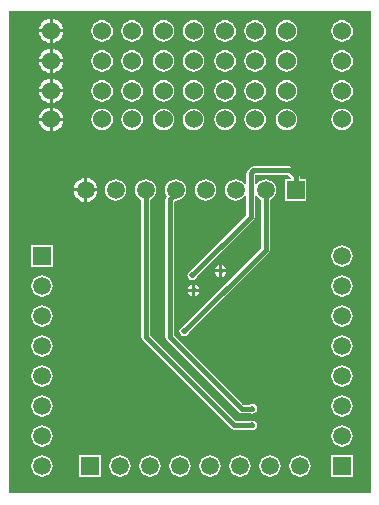
<source format=gbl>
G04*
G04 #@! TF.GenerationSoftware,Altium Limited,Altium Designer,20.1.11 (218)*
G04*
G04 Layer_Physical_Order=2*
G04 Layer_Color=16711680*
%FSLAX25Y25*%
%MOIN*%
G70*
G04*
G04 #@! TF.SameCoordinates,36FDBAD9-5122-4A0A-A9A9-D65628025C9C*
G04*
G04*
G04 #@! TF.FilePolarity,Positive*
G04*
G01*
G75*
%ADD30C,0.01500*%
%ADD31R,0.05906X0.05906*%
%ADD32C,0.05906*%
%ADD33R,0.05906X0.05906*%
%ADD34C,0.02000*%
%ADD35C,0.06000*%
G36*
X673500Y121000D02*
X553000D01*
Y281500D01*
X673500D01*
Y121000D01*
D02*
G37*
%LPC*%
G36*
X567500Y278969D02*
Y275500D01*
X570969D01*
X570897Y276044D01*
X570494Y277017D01*
X569853Y277853D01*
X569017Y278494D01*
X568044Y278897D01*
X567500Y278969D01*
D02*
G37*
G36*
X566500D02*
X565956Y278897D01*
X564983Y278494D01*
X564147Y277853D01*
X563506Y277017D01*
X563103Y276044D01*
X563031Y275500D01*
X566500D01*
Y278969D01*
D02*
G37*
G36*
X664000Y278631D02*
X663060Y278507D01*
X662184Y278145D01*
X661432Y277568D01*
X660855Y276816D01*
X660493Y275940D01*
X660369Y275000D01*
X660493Y274060D01*
X660855Y273184D01*
X661432Y272432D01*
X662184Y271855D01*
X663060Y271493D01*
X664000Y271369D01*
X664940Y271493D01*
X665815Y271855D01*
X666568Y272432D01*
X667145Y273184D01*
X667507Y274060D01*
X667631Y275000D01*
X667507Y275940D01*
X667145Y276816D01*
X666568Y277568D01*
X665815Y278145D01*
X664940Y278507D01*
X664000Y278631D01*
D02*
G37*
G36*
X645500D02*
X644560Y278507D01*
X643684Y278145D01*
X642932Y277568D01*
X642355Y276816D01*
X641993Y275940D01*
X641869Y275000D01*
X641993Y274060D01*
X642355Y273184D01*
X642932Y272432D01*
X643684Y271855D01*
X644560Y271493D01*
X645500Y271369D01*
X646440Y271493D01*
X647316Y271855D01*
X648068Y272432D01*
X648645Y273184D01*
X649007Y274060D01*
X649131Y275000D01*
X649007Y275940D01*
X648645Y276816D01*
X648068Y277568D01*
X647316Y278145D01*
X646440Y278507D01*
X645500Y278631D01*
D02*
G37*
G36*
X635000D02*
X634060Y278507D01*
X633184Y278145D01*
X632432Y277568D01*
X631855Y276816D01*
X631493Y275940D01*
X631369Y275000D01*
X631493Y274060D01*
X631855Y273184D01*
X632432Y272432D01*
X633184Y271855D01*
X634060Y271493D01*
X635000Y271369D01*
X635940Y271493D01*
X636816Y271855D01*
X637568Y272432D01*
X638145Y273184D01*
X638507Y274060D01*
X638631Y275000D01*
X638507Y275940D01*
X638145Y276816D01*
X637568Y277568D01*
X636816Y278145D01*
X635940Y278507D01*
X635000Y278631D01*
D02*
G37*
G36*
X625000D02*
X624060Y278507D01*
X623184Y278145D01*
X622432Y277568D01*
X621855Y276816D01*
X621493Y275940D01*
X621369Y275000D01*
X621493Y274060D01*
X621855Y273184D01*
X622432Y272432D01*
X623184Y271855D01*
X624060Y271493D01*
X625000Y271369D01*
X625940Y271493D01*
X626816Y271855D01*
X627568Y272432D01*
X628145Y273184D01*
X628507Y274060D01*
X628631Y275000D01*
X628507Y275940D01*
X628145Y276816D01*
X627568Y277568D01*
X626816Y278145D01*
X625940Y278507D01*
X625000Y278631D01*
D02*
G37*
G36*
X614500D02*
X613560Y278507D01*
X612684Y278145D01*
X611932Y277568D01*
X611355Y276816D01*
X610993Y275940D01*
X610869Y275000D01*
X610993Y274060D01*
X611355Y273184D01*
X611932Y272432D01*
X612684Y271855D01*
X613560Y271493D01*
X614500Y271369D01*
X615440Y271493D01*
X616316Y271855D01*
X617068Y272432D01*
X617645Y273184D01*
X618007Y274060D01*
X618131Y275000D01*
X618007Y275940D01*
X617645Y276816D01*
X617068Y277568D01*
X616316Y278145D01*
X615440Y278507D01*
X614500Y278631D01*
D02*
G37*
G36*
X604500D02*
X603560Y278507D01*
X602684Y278145D01*
X601932Y277568D01*
X601355Y276816D01*
X600993Y275940D01*
X600869Y275000D01*
X600993Y274060D01*
X601355Y273184D01*
X601932Y272432D01*
X602684Y271855D01*
X603560Y271493D01*
X604500Y271369D01*
X605440Y271493D01*
X606316Y271855D01*
X607068Y272432D01*
X607645Y273184D01*
X608007Y274060D01*
X608131Y275000D01*
X608007Y275940D01*
X607645Y276816D01*
X607068Y277568D01*
X606316Y278145D01*
X605440Y278507D01*
X604500Y278631D01*
D02*
G37*
G36*
X594000D02*
X593060Y278507D01*
X592184Y278145D01*
X591432Y277568D01*
X590855Y276816D01*
X590493Y275940D01*
X590369Y275000D01*
X590493Y274060D01*
X590855Y273184D01*
X591432Y272432D01*
X592184Y271855D01*
X593060Y271493D01*
X594000Y271369D01*
X594940Y271493D01*
X595816Y271855D01*
X596568Y272432D01*
X597145Y273184D01*
X597507Y274060D01*
X597631Y275000D01*
X597507Y275940D01*
X597145Y276816D01*
X596568Y277568D01*
X595816Y278145D01*
X594940Y278507D01*
X594000Y278631D01*
D02*
G37*
G36*
X584000D02*
X583060Y278507D01*
X582185Y278145D01*
X581432Y277568D01*
X580855Y276816D01*
X580493Y275940D01*
X580369Y275000D01*
X580493Y274060D01*
X580855Y273184D01*
X581432Y272432D01*
X582185Y271855D01*
X583060Y271493D01*
X584000Y271369D01*
X584940Y271493D01*
X585815Y271855D01*
X586568Y272432D01*
X587145Y273184D01*
X587507Y274060D01*
X587631Y275000D01*
X587507Y275940D01*
X587145Y276816D01*
X586568Y277568D01*
X585815Y278145D01*
X584940Y278507D01*
X584000Y278631D01*
D02*
G37*
G36*
X570969Y274500D02*
X567500D01*
Y271031D01*
X568044Y271103D01*
X569017Y271506D01*
X569853Y272147D01*
X570494Y272983D01*
X570897Y273956D01*
X570969Y274500D01*
D02*
G37*
G36*
X566500D02*
X563031D01*
X563103Y273956D01*
X563506Y272983D01*
X564147Y272147D01*
X564983Y271506D01*
X565956Y271103D01*
X566500Y271031D01*
Y274500D01*
D02*
G37*
G36*
X567500Y268969D02*
Y265500D01*
X570969D01*
X570897Y266044D01*
X570494Y267017D01*
X569853Y267853D01*
X569017Y268494D01*
X568044Y268897D01*
X567500Y268969D01*
D02*
G37*
G36*
X566500D02*
X565956Y268897D01*
X564983Y268494D01*
X564147Y267853D01*
X563506Y267017D01*
X563103Y266044D01*
X563031Y265500D01*
X566500D01*
Y268969D01*
D02*
G37*
G36*
X664000Y268631D02*
X663060Y268507D01*
X662184Y268145D01*
X661432Y267567D01*
X660855Y266815D01*
X660493Y265940D01*
X660369Y265000D01*
X660493Y264060D01*
X660855Y263184D01*
X661432Y262433D01*
X662184Y261855D01*
X663060Y261493D01*
X664000Y261369D01*
X664940Y261493D01*
X665815Y261855D01*
X666568Y262433D01*
X667145Y263184D01*
X667507Y264060D01*
X667631Y265000D01*
X667507Y265940D01*
X667145Y266815D01*
X666568Y267567D01*
X665815Y268145D01*
X664940Y268507D01*
X664000Y268631D01*
D02*
G37*
G36*
X645500D02*
X644560Y268507D01*
X643684Y268145D01*
X642932Y267567D01*
X642355Y266815D01*
X641993Y265940D01*
X641869Y265000D01*
X641993Y264060D01*
X642355Y263184D01*
X642932Y262433D01*
X643684Y261855D01*
X644560Y261493D01*
X645500Y261369D01*
X646440Y261493D01*
X647316Y261855D01*
X648068Y262433D01*
X648645Y263184D01*
X649007Y264060D01*
X649131Y265000D01*
X649007Y265940D01*
X648645Y266815D01*
X648068Y267567D01*
X647316Y268145D01*
X646440Y268507D01*
X645500Y268631D01*
D02*
G37*
G36*
X635000D02*
X634060Y268507D01*
X633184Y268145D01*
X632432Y267567D01*
X631855Y266815D01*
X631493Y265940D01*
X631369Y265000D01*
X631493Y264060D01*
X631855Y263184D01*
X632432Y262433D01*
X633184Y261855D01*
X634060Y261493D01*
X635000Y261369D01*
X635940Y261493D01*
X636816Y261855D01*
X637568Y262433D01*
X638145Y263184D01*
X638507Y264060D01*
X638631Y265000D01*
X638507Y265940D01*
X638145Y266815D01*
X637568Y267567D01*
X636816Y268145D01*
X635940Y268507D01*
X635000Y268631D01*
D02*
G37*
G36*
X625000D02*
X624060Y268507D01*
X623184Y268145D01*
X622432Y267567D01*
X621855Y266815D01*
X621493Y265940D01*
X621369Y265000D01*
X621493Y264060D01*
X621855Y263184D01*
X622432Y262433D01*
X623184Y261855D01*
X624060Y261493D01*
X625000Y261369D01*
X625940Y261493D01*
X626816Y261855D01*
X627568Y262433D01*
X628145Y263184D01*
X628507Y264060D01*
X628631Y265000D01*
X628507Y265940D01*
X628145Y266815D01*
X627568Y267567D01*
X626816Y268145D01*
X625940Y268507D01*
X625000Y268631D01*
D02*
G37*
G36*
X614500D02*
X613560Y268507D01*
X612684Y268145D01*
X611932Y267567D01*
X611355Y266815D01*
X610993Y265940D01*
X610869Y265000D01*
X610993Y264060D01*
X611355Y263184D01*
X611932Y262433D01*
X612684Y261855D01*
X613560Y261493D01*
X614500Y261369D01*
X615440Y261493D01*
X616316Y261855D01*
X617068Y262433D01*
X617645Y263184D01*
X618007Y264060D01*
X618131Y265000D01*
X618007Y265940D01*
X617645Y266815D01*
X617068Y267567D01*
X616316Y268145D01*
X615440Y268507D01*
X614500Y268631D01*
D02*
G37*
G36*
X604500D02*
X603560Y268507D01*
X602684Y268145D01*
X601932Y267567D01*
X601355Y266815D01*
X600993Y265940D01*
X600869Y265000D01*
X600993Y264060D01*
X601355Y263184D01*
X601932Y262433D01*
X602684Y261855D01*
X603560Y261493D01*
X604500Y261369D01*
X605440Y261493D01*
X606316Y261855D01*
X607068Y262433D01*
X607645Y263184D01*
X608007Y264060D01*
X608131Y265000D01*
X608007Y265940D01*
X607645Y266815D01*
X607068Y267567D01*
X606316Y268145D01*
X605440Y268507D01*
X604500Y268631D01*
D02*
G37*
G36*
X594000D02*
X593060Y268507D01*
X592184Y268145D01*
X591432Y267567D01*
X590855Y266815D01*
X590493Y265940D01*
X590369Y265000D01*
X590493Y264060D01*
X590855Y263184D01*
X591432Y262433D01*
X592184Y261855D01*
X593060Y261493D01*
X594000Y261369D01*
X594940Y261493D01*
X595816Y261855D01*
X596568Y262433D01*
X597145Y263184D01*
X597507Y264060D01*
X597631Y265000D01*
X597507Y265940D01*
X597145Y266815D01*
X596568Y267567D01*
X595816Y268145D01*
X594940Y268507D01*
X594000Y268631D01*
D02*
G37*
G36*
X584000D02*
X583060Y268507D01*
X582185Y268145D01*
X581432Y267567D01*
X580855Y266815D01*
X580493Y265940D01*
X580369Y265000D01*
X580493Y264060D01*
X580855Y263184D01*
X581432Y262433D01*
X582185Y261855D01*
X583060Y261493D01*
X584000Y261369D01*
X584940Y261493D01*
X585815Y261855D01*
X586568Y262433D01*
X587145Y263184D01*
X587507Y264060D01*
X587631Y265000D01*
X587507Y265940D01*
X587145Y266815D01*
X586568Y267567D01*
X585815Y268145D01*
X584940Y268507D01*
X584000Y268631D01*
D02*
G37*
G36*
X570969Y264500D02*
X567500D01*
Y261031D01*
X568044Y261103D01*
X569017Y261506D01*
X569853Y262147D01*
X570494Y262983D01*
X570897Y263956D01*
X570969Y264500D01*
D02*
G37*
G36*
X566500D02*
X563031D01*
X563103Y263956D01*
X563506Y262983D01*
X564147Y262147D01*
X564983Y261506D01*
X565956Y261103D01*
X566500Y261031D01*
Y264500D01*
D02*
G37*
G36*
X567500Y258969D02*
Y255500D01*
X570969D01*
X570897Y256044D01*
X570494Y257017D01*
X569853Y257853D01*
X569017Y258494D01*
X568044Y258897D01*
X567500Y258969D01*
D02*
G37*
G36*
X566500D02*
X565956Y258897D01*
X564983Y258494D01*
X564147Y257853D01*
X563506Y257017D01*
X563103Y256044D01*
X563031Y255500D01*
X566500D01*
Y258969D01*
D02*
G37*
G36*
X664000Y258631D02*
X663060Y258507D01*
X662184Y258145D01*
X661432Y257568D01*
X660855Y256816D01*
X660493Y255940D01*
X660369Y255000D01*
X660493Y254060D01*
X660855Y253185D01*
X661432Y252432D01*
X662184Y251855D01*
X663060Y251493D01*
X664000Y251369D01*
X664940Y251493D01*
X665815Y251855D01*
X666568Y252432D01*
X667145Y253185D01*
X667507Y254060D01*
X667631Y255000D01*
X667507Y255940D01*
X667145Y256816D01*
X666568Y257568D01*
X665815Y258145D01*
X664940Y258507D01*
X664000Y258631D01*
D02*
G37*
G36*
X645500D02*
X644560Y258507D01*
X643684Y258145D01*
X642932Y257568D01*
X642355Y256816D01*
X641993Y255940D01*
X641869Y255000D01*
X641993Y254060D01*
X642355Y253185D01*
X642932Y252432D01*
X643684Y251855D01*
X644560Y251493D01*
X645500Y251369D01*
X646440Y251493D01*
X647316Y251855D01*
X648068Y252432D01*
X648645Y253185D01*
X649007Y254060D01*
X649131Y255000D01*
X649007Y255940D01*
X648645Y256816D01*
X648068Y257568D01*
X647316Y258145D01*
X646440Y258507D01*
X645500Y258631D01*
D02*
G37*
G36*
X635000D02*
X634060Y258507D01*
X633184Y258145D01*
X632432Y257568D01*
X631855Y256816D01*
X631493Y255940D01*
X631369Y255000D01*
X631493Y254060D01*
X631855Y253185D01*
X632432Y252432D01*
X633184Y251855D01*
X634060Y251493D01*
X635000Y251369D01*
X635940Y251493D01*
X636816Y251855D01*
X637568Y252432D01*
X638145Y253185D01*
X638507Y254060D01*
X638631Y255000D01*
X638507Y255940D01*
X638145Y256816D01*
X637568Y257568D01*
X636816Y258145D01*
X635940Y258507D01*
X635000Y258631D01*
D02*
G37*
G36*
X625000D02*
X624060Y258507D01*
X623184Y258145D01*
X622432Y257568D01*
X621855Y256816D01*
X621493Y255940D01*
X621369Y255000D01*
X621493Y254060D01*
X621855Y253185D01*
X622432Y252432D01*
X623184Y251855D01*
X624060Y251493D01*
X625000Y251369D01*
X625940Y251493D01*
X626816Y251855D01*
X627568Y252432D01*
X628145Y253185D01*
X628507Y254060D01*
X628631Y255000D01*
X628507Y255940D01*
X628145Y256816D01*
X627568Y257568D01*
X626816Y258145D01*
X625940Y258507D01*
X625000Y258631D01*
D02*
G37*
G36*
X614500D02*
X613560Y258507D01*
X612684Y258145D01*
X611932Y257568D01*
X611355Y256816D01*
X610993Y255940D01*
X610869Y255000D01*
X610993Y254060D01*
X611355Y253185D01*
X611932Y252432D01*
X612684Y251855D01*
X613560Y251493D01*
X614500Y251369D01*
X615440Y251493D01*
X616316Y251855D01*
X617068Y252432D01*
X617645Y253185D01*
X618007Y254060D01*
X618131Y255000D01*
X618007Y255940D01*
X617645Y256816D01*
X617068Y257568D01*
X616316Y258145D01*
X615440Y258507D01*
X614500Y258631D01*
D02*
G37*
G36*
X604500D02*
X603560Y258507D01*
X602684Y258145D01*
X601932Y257568D01*
X601355Y256816D01*
X600993Y255940D01*
X600869Y255000D01*
X600993Y254060D01*
X601355Y253185D01*
X601932Y252432D01*
X602684Y251855D01*
X603560Y251493D01*
X604500Y251369D01*
X605440Y251493D01*
X606316Y251855D01*
X607068Y252432D01*
X607645Y253185D01*
X608007Y254060D01*
X608131Y255000D01*
X608007Y255940D01*
X607645Y256816D01*
X607068Y257568D01*
X606316Y258145D01*
X605440Y258507D01*
X604500Y258631D01*
D02*
G37*
G36*
X594000D02*
X593060Y258507D01*
X592184Y258145D01*
X591432Y257568D01*
X590855Y256816D01*
X590493Y255940D01*
X590369Y255000D01*
X590493Y254060D01*
X590855Y253185D01*
X591432Y252432D01*
X592184Y251855D01*
X593060Y251493D01*
X594000Y251369D01*
X594940Y251493D01*
X595816Y251855D01*
X596568Y252432D01*
X597145Y253185D01*
X597507Y254060D01*
X597631Y255000D01*
X597507Y255940D01*
X597145Y256816D01*
X596568Y257568D01*
X595816Y258145D01*
X594940Y258507D01*
X594000Y258631D01*
D02*
G37*
G36*
X584000D02*
X583060Y258507D01*
X582185Y258145D01*
X581432Y257568D01*
X580855Y256816D01*
X580493Y255940D01*
X580369Y255000D01*
X580493Y254060D01*
X580855Y253185D01*
X581432Y252432D01*
X582185Y251855D01*
X583060Y251493D01*
X584000Y251369D01*
X584940Y251493D01*
X585815Y251855D01*
X586568Y252432D01*
X587145Y253185D01*
X587507Y254060D01*
X587631Y255000D01*
X587507Y255940D01*
X587145Y256816D01*
X586568Y257568D01*
X585815Y258145D01*
X584940Y258507D01*
X584000Y258631D01*
D02*
G37*
G36*
X570969Y254500D02*
X567500D01*
Y251031D01*
X568044Y251103D01*
X569017Y251506D01*
X569853Y252147D01*
X570494Y252983D01*
X570897Y253956D01*
X570969Y254500D01*
D02*
G37*
G36*
X566500D02*
X563031D01*
X563103Y253956D01*
X563506Y252983D01*
X564147Y252147D01*
X564983Y251506D01*
X565956Y251103D01*
X566500Y251031D01*
Y254500D01*
D02*
G37*
G36*
X567500Y249469D02*
Y246000D01*
X570969D01*
X570897Y246544D01*
X570494Y247517D01*
X569853Y248353D01*
X569017Y248994D01*
X568044Y249397D01*
X567500Y249469D01*
D02*
G37*
G36*
X566500D02*
X565956Y249397D01*
X564983Y248994D01*
X564147Y248353D01*
X563506Y247517D01*
X563103Y246544D01*
X563031Y246000D01*
X566500D01*
Y249469D01*
D02*
G37*
G36*
X664000Y249131D02*
X663060Y249007D01*
X662184Y248645D01*
X661432Y248067D01*
X660855Y247316D01*
X660493Y246440D01*
X660369Y245500D01*
X660493Y244560D01*
X660855Y243685D01*
X661432Y242933D01*
X662184Y242355D01*
X663060Y241993D01*
X664000Y241869D01*
X664940Y241993D01*
X665815Y242355D01*
X666568Y242933D01*
X667145Y243685D01*
X667507Y244560D01*
X667631Y245500D01*
X667507Y246440D01*
X667145Y247316D01*
X666568Y248067D01*
X665815Y248645D01*
X664940Y249007D01*
X664000Y249131D01*
D02*
G37*
G36*
X645500D02*
X644560Y249007D01*
X643684Y248645D01*
X642932Y248067D01*
X642355Y247316D01*
X641993Y246440D01*
X641869Y245500D01*
X641993Y244560D01*
X642355Y243685D01*
X642932Y242933D01*
X643684Y242355D01*
X644560Y241993D01*
X645500Y241869D01*
X646440Y241993D01*
X647316Y242355D01*
X648068Y242933D01*
X648645Y243685D01*
X649007Y244560D01*
X649131Y245500D01*
X649007Y246440D01*
X648645Y247316D01*
X648068Y248067D01*
X647316Y248645D01*
X646440Y249007D01*
X645500Y249131D01*
D02*
G37*
G36*
X635000D02*
X634060Y249007D01*
X633184Y248645D01*
X632432Y248067D01*
X631855Y247316D01*
X631493Y246440D01*
X631369Y245500D01*
X631493Y244560D01*
X631855Y243685D01*
X632432Y242933D01*
X633184Y242355D01*
X634060Y241993D01*
X635000Y241869D01*
X635940Y241993D01*
X636816Y242355D01*
X637568Y242933D01*
X638145Y243685D01*
X638507Y244560D01*
X638631Y245500D01*
X638507Y246440D01*
X638145Y247316D01*
X637568Y248067D01*
X636816Y248645D01*
X635940Y249007D01*
X635000Y249131D01*
D02*
G37*
G36*
X625000D02*
X624060Y249007D01*
X623184Y248645D01*
X622432Y248067D01*
X621855Y247316D01*
X621493Y246440D01*
X621369Y245500D01*
X621493Y244560D01*
X621855Y243685D01*
X622432Y242933D01*
X623184Y242355D01*
X624060Y241993D01*
X625000Y241869D01*
X625940Y241993D01*
X626816Y242355D01*
X627568Y242933D01*
X628145Y243685D01*
X628507Y244560D01*
X628631Y245500D01*
X628507Y246440D01*
X628145Y247316D01*
X627568Y248067D01*
X626816Y248645D01*
X625940Y249007D01*
X625000Y249131D01*
D02*
G37*
G36*
X614500D02*
X613560Y249007D01*
X612684Y248645D01*
X611932Y248067D01*
X611355Y247316D01*
X610993Y246440D01*
X610869Y245500D01*
X610993Y244560D01*
X611355Y243685D01*
X611932Y242933D01*
X612684Y242355D01*
X613560Y241993D01*
X614500Y241869D01*
X615440Y241993D01*
X616316Y242355D01*
X617068Y242933D01*
X617645Y243685D01*
X618007Y244560D01*
X618131Y245500D01*
X618007Y246440D01*
X617645Y247316D01*
X617068Y248067D01*
X616316Y248645D01*
X615440Y249007D01*
X614500Y249131D01*
D02*
G37*
G36*
X604500D02*
X603560Y249007D01*
X602684Y248645D01*
X601932Y248067D01*
X601355Y247316D01*
X600993Y246440D01*
X600869Y245500D01*
X600993Y244560D01*
X601355Y243685D01*
X601932Y242933D01*
X602684Y242355D01*
X603560Y241993D01*
X604500Y241869D01*
X605440Y241993D01*
X606316Y242355D01*
X607068Y242933D01*
X607645Y243685D01*
X608007Y244560D01*
X608131Y245500D01*
X608007Y246440D01*
X607645Y247316D01*
X607068Y248067D01*
X606316Y248645D01*
X605440Y249007D01*
X604500Y249131D01*
D02*
G37*
G36*
X594000D02*
X593060Y249007D01*
X592184Y248645D01*
X591432Y248067D01*
X590855Y247316D01*
X590493Y246440D01*
X590369Y245500D01*
X590493Y244560D01*
X590855Y243685D01*
X591432Y242933D01*
X592184Y242355D01*
X593060Y241993D01*
X594000Y241869D01*
X594940Y241993D01*
X595816Y242355D01*
X596568Y242933D01*
X597145Y243685D01*
X597507Y244560D01*
X597631Y245500D01*
X597507Y246440D01*
X597145Y247316D01*
X596568Y248067D01*
X595816Y248645D01*
X594940Y249007D01*
X594000Y249131D01*
D02*
G37*
G36*
X584000D02*
X583060Y249007D01*
X582185Y248645D01*
X581432Y248067D01*
X580855Y247316D01*
X580493Y246440D01*
X580369Y245500D01*
X580493Y244560D01*
X580855Y243685D01*
X581432Y242933D01*
X582185Y242355D01*
X583060Y241993D01*
X584000Y241869D01*
X584940Y241993D01*
X585815Y242355D01*
X586568Y242933D01*
X587145Y243685D01*
X587507Y244560D01*
X587631Y245500D01*
X587507Y246440D01*
X587145Y247316D01*
X586568Y248067D01*
X585815Y248645D01*
X584940Y249007D01*
X584000Y249131D01*
D02*
G37*
G36*
X570969Y245000D02*
X567500D01*
Y241531D01*
X568044Y241603D01*
X569017Y242006D01*
X569853Y242647D01*
X570494Y243483D01*
X570897Y244456D01*
X570969Y245000D01*
D02*
G37*
G36*
X566500D02*
X563031D01*
X563103Y244456D01*
X563506Y243483D01*
X564147Y242647D01*
X564983Y242006D01*
X565956Y241603D01*
X566500Y241531D01*
Y245000D01*
D02*
G37*
G36*
X579000Y225921D02*
Y222500D01*
X582421D01*
X582351Y223032D01*
X581953Y223993D01*
X581319Y224819D01*
X580493Y225453D01*
X579532Y225851D01*
X579000Y225921D01*
D02*
G37*
G36*
X578000D02*
X577468Y225851D01*
X576507Y225453D01*
X575681Y224819D01*
X575047Y223993D01*
X574649Y223032D01*
X574579Y222500D01*
X578000D01*
Y225921D01*
D02*
G37*
G36*
X646500Y229876D02*
X634379D01*
X633852Y229772D01*
X633405Y229473D01*
X632527Y228595D01*
X632228Y228148D01*
X632124Y227621D01*
Y223842D01*
X631624Y223743D01*
X631603Y223792D01*
X631034Y224534D01*
X630292Y225103D01*
X629427Y225461D01*
X628500Y225583D01*
X627572Y225461D01*
X626708Y225103D01*
X625966Y224534D01*
X625397Y223792D01*
X625039Y222927D01*
X624917Y222000D01*
X625039Y221073D01*
X625397Y220208D01*
X625966Y219466D01*
X626708Y218897D01*
X627572Y218539D01*
X628500Y218417D01*
X629427Y218539D01*
X630292Y218897D01*
X631034Y219466D01*
X631603Y220208D01*
X631624Y220257D01*
X632124Y220158D01*
Y213570D01*
X613607Y195053D01*
X613376Y195007D01*
X612847Y194653D01*
X612493Y194124D01*
X612369Y193500D01*
X612493Y192876D01*
X612847Y192347D01*
X613376Y191993D01*
X614000Y191869D01*
X614624Y191993D01*
X615154Y192347D01*
X615507Y192876D01*
X615553Y193106D01*
X634473Y212027D01*
X634473Y212027D01*
X634772Y212473D01*
X634876Y213000D01*
Y220158D01*
X635377Y220257D01*
X635397Y220208D01*
X635966Y219466D01*
X636708Y218897D01*
X637123Y218725D01*
Y202570D01*
X611018Y176465D01*
X610787Y176419D01*
X610258Y176065D01*
X609904Y175536D01*
X609780Y174912D01*
X609904Y174287D01*
X610258Y173758D01*
X610787Y173405D01*
X611412Y173280D01*
X612036Y173405D01*
X612565Y173758D01*
X612919Y174287D01*
X612965Y174518D01*
X639473Y201027D01*
X639772Y201473D01*
X639877Y202000D01*
Y218725D01*
X640292Y218897D01*
X641034Y219466D01*
X641603Y220208D01*
X641961Y221073D01*
X642083Y222000D01*
X641961Y222927D01*
X641603Y223792D01*
X641034Y224534D01*
X640292Y225103D01*
X639428Y225461D01*
X638500Y225583D01*
X637572Y225461D01*
X636708Y225103D01*
X635966Y224534D01*
X635397Y223792D01*
X635377Y223743D01*
X634876Y223842D01*
Y227051D01*
X634949Y227123D01*
X645930D01*
X647001Y226053D01*
X646827Y225553D01*
X644947D01*
Y218447D01*
X652053D01*
Y225553D01*
X649876D01*
Y226500D01*
X649876Y226500D01*
X649772Y227027D01*
X649473Y227473D01*
X647473Y229473D01*
X647027Y229772D01*
X646500Y229876D01*
D02*
G37*
G36*
X618500Y225583D02*
X617572Y225461D01*
X616708Y225103D01*
X615966Y224534D01*
X615397Y223792D01*
X615039Y222927D01*
X614917Y222000D01*
X615039Y221073D01*
X615397Y220208D01*
X615966Y219466D01*
X616708Y218897D01*
X617572Y218539D01*
X618500Y218417D01*
X619427Y218539D01*
X620292Y218897D01*
X621034Y219466D01*
X621603Y220208D01*
X621961Y221073D01*
X622083Y222000D01*
X621961Y222927D01*
X621603Y223792D01*
X621034Y224534D01*
X620292Y225103D01*
X619427Y225461D01*
X618500Y225583D01*
D02*
G37*
G36*
X608500D02*
X607573Y225461D01*
X606708Y225103D01*
X605966Y224534D01*
X605397Y223792D01*
X605039Y222927D01*
X604917Y222000D01*
X605039Y221073D01*
X605397Y220208D01*
X605590Y219956D01*
X605527Y219892D01*
X605228Y219445D01*
X605124Y218919D01*
Y173000D01*
X605228Y172473D01*
X605527Y172027D01*
X629527Y148027D01*
X629973Y147728D01*
X630500Y147624D01*
X633180D01*
X633376Y147493D01*
X634000Y147369D01*
X634624Y147493D01*
X635153Y147846D01*
X635507Y148376D01*
X635631Y149000D01*
X635507Y149624D01*
X635153Y150154D01*
X634624Y150507D01*
X634000Y150631D01*
X633376Y150507D01*
X633180Y150376D01*
X631070D01*
X607876Y173570D01*
Y218024D01*
X608340Y218438D01*
X608500Y218417D01*
X609427Y218539D01*
X610292Y218897D01*
X611034Y219466D01*
X611603Y220208D01*
X611961Y221073D01*
X612083Y222000D01*
X611961Y222927D01*
X611603Y223792D01*
X611034Y224534D01*
X610292Y225103D01*
X609427Y225461D01*
X608500Y225583D01*
D02*
G37*
G36*
X588500D02*
X587572Y225461D01*
X586708Y225103D01*
X585966Y224534D01*
X585397Y223792D01*
X585039Y222927D01*
X584917Y222000D01*
X585039Y221073D01*
X585397Y220208D01*
X585966Y219466D01*
X586708Y218897D01*
X587572Y218539D01*
X588500Y218417D01*
X589428Y218539D01*
X590292Y218897D01*
X591034Y219466D01*
X591603Y220208D01*
X591961Y221073D01*
X592083Y222000D01*
X591961Y222927D01*
X591603Y223792D01*
X591034Y224534D01*
X590292Y225103D01*
X589428Y225461D01*
X588500Y225583D01*
D02*
G37*
G36*
X582421Y221500D02*
X579000D01*
Y218079D01*
X579532Y218149D01*
X580493Y218547D01*
X581319Y219181D01*
X581953Y220007D01*
X582351Y220968D01*
X582421Y221500D01*
D02*
G37*
G36*
X578000D02*
X574579D01*
X574649Y220968D01*
X575047Y220007D01*
X575681Y219181D01*
X576507Y218547D01*
X577468Y218149D01*
X578000Y218079D01*
Y221500D01*
D02*
G37*
G36*
X567553Y203553D02*
X560447D01*
Y196447D01*
X567553D01*
Y203553D01*
D02*
G37*
G36*
X664000Y203583D02*
X663072Y203461D01*
X662208Y203103D01*
X661466Y202534D01*
X660897Y201792D01*
X660539Y200927D01*
X660417Y200000D01*
X660539Y199073D01*
X660897Y198208D01*
X661466Y197466D01*
X662208Y196897D01*
X663072Y196539D01*
X664000Y196417D01*
X664927Y196539D01*
X665792Y196897D01*
X666534Y197466D01*
X667103Y198208D01*
X667461Y199073D01*
X667583Y200000D01*
X667461Y200927D01*
X667103Y201792D01*
X666534Y202534D01*
X665792Y203103D01*
X664927Y203461D01*
X664000Y203583D01*
D02*
G37*
G36*
X624000Y196940D02*
Y195500D01*
X625440D01*
X625384Y195780D01*
X624942Y196442D01*
X624280Y196884D01*
X624000Y196940D01*
D02*
G37*
G36*
X623000D02*
X622720Y196884D01*
X622058Y196442D01*
X621616Y195780D01*
X621560Y195500D01*
X623000D01*
Y196940D01*
D02*
G37*
G36*
X625440Y194500D02*
X624000D01*
Y193060D01*
X624280Y193116D01*
X624942Y193558D01*
X625384Y194220D01*
X625440Y194500D01*
D02*
G37*
G36*
X623000D02*
X621560D01*
X621616Y194220D01*
X622058Y193558D01*
X622720Y193116D01*
X623000Y193060D01*
Y194500D01*
D02*
G37*
G36*
X615000Y190440D02*
Y189000D01*
X616440D01*
X616384Y189280D01*
X615942Y189942D01*
X615280Y190384D01*
X615000Y190440D01*
D02*
G37*
G36*
X614000D02*
X613720Y190384D01*
X613058Y189942D01*
X612616Y189280D01*
X612560Y189000D01*
X614000D01*
Y190440D01*
D02*
G37*
G36*
X616440Y188000D02*
X615000D01*
Y186560D01*
X615280Y186616D01*
X615942Y187058D01*
X616384Y187720D01*
X616440Y188000D01*
D02*
G37*
G36*
X614000D02*
X612560D01*
X612616Y187720D01*
X613058Y187058D01*
X613720Y186616D01*
X614000Y186560D01*
Y188000D01*
D02*
G37*
G36*
X664000Y193583D02*
X663072Y193461D01*
X662208Y193103D01*
X661466Y192534D01*
X660897Y191792D01*
X660539Y190927D01*
X660417Y190000D01*
X660539Y189073D01*
X660897Y188208D01*
X661466Y187466D01*
X662208Y186897D01*
X663072Y186539D01*
X664000Y186417D01*
X664927Y186539D01*
X665792Y186897D01*
X666534Y187466D01*
X667103Y188208D01*
X667461Y189073D01*
X667583Y190000D01*
X667461Y190927D01*
X667103Y191792D01*
X666534Y192534D01*
X665792Y193103D01*
X664927Y193461D01*
X664000Y193583D01*
D02*
G37*
G36*
X564000D02*
X563072Y193461D01*
X562208Y193103D01*
X561466Y192534D01*
X560897Y191792D01*
X560539Y190927D01*
X560417Y190000D01*
X560539Y189073D01*
X560897Y188208D01*
X561466Y187466D01*
X562208Y186897D01*
X563072Y186539D01*
X564000Y186417D01*
X564927Y186539D01*
X565792Y186897D01*
X566534Y187466D01*
X567103Y188208D01*
X567461Y189073D01*
X567583Y190000D01*
X567461Y190927D01*
X567103Y191792D01*
X566534Y192534D01*
X565792Y193103D01*
X564927Y193461D01*
X564000Y193583D01*
D02*
G37*
G36*
X664000Y183583D02*
X663072Y183461D01*
X662208Y183103D01*
X661466Y182534D01*
X660897Y181792D01*
X660539Y180927D01*
X660417Y180000D01*
X660539Y179073D01*
X660897Y178208D01*
X661466Y177466D01*
X662208Y176897D01*
X663072Y176539D01*
X664000Y176417D01*
X664927Y176539D01*
X665792Y176897D01*
X666534Y177466D01*
X667103Y178208D01*
X667461Y179073D01*
X667583Y180000D01*
X667461Y180927D01*
X667103Y181792D01*
X666534Y182534D01*
X665792Y183103D01*
X664927Y183461D01*
X664000Y183583D01*
D02*
G37*
G36*
X564000D02*
X563072Y183461D01*
X562208Y183103D01*
X561466Y182534D01*
X560897Y181792D01*
X560539Y180927D01*
X560417Y180000D01*
X560539Y179073D01*
X560897Y178208D01*
X561466Y177466D01*
X562208Y176897D01*
X563072Y176539D01*
X564000Y176417D01*
X564927Y176539D01*
X565792Y176897D01*
X566534Y177466D01*
X567103Y178208D01*
X567461Y179073D01*
X567583Y180000D01*
X567461Y180927D01*
X567103Y181792D01*
X566534Y182534D01*
X565792Y183103D01*
X564927Y183461D01*
X564000Y183583D01*
D02*
G37*
G36*
X664000Y173583D02*
X663072Y173461D01*
X662208Y173103D01*
X661466Y172534D01*
X660897Y171792D01*
X660539Y170927D01*
X660417Y170000D01*
X660539Y169073D01*
X660897Y168208D01*
X661466Y167466D01*
X662208Y166897D01*
X663072Y166539D01*
X664000Y166417D01*
X664927Y166539D01*
X665792Y166897D01*
X666534Y167466D01*
X667103Y168208D01*
X667461Y169073D01*
X667583Y170000D01*
X667461Y170927D01*
X667103Y171792D01*
X666534Y172534D01*
X665792Y173103D01*
X664927Y173461D01*
X664000Y173583D01*
D02*
G37*
G36*
X564000D02*
X563072Y173461D01*
X562208Y173103D01*
X561466Y172534D01*
X560897Y171792D01*
X560539Y170927D01*
X560417Y170000D01*
X560539Y169073D01*
X560897Y168208D01*
X561466Y167466D01*
X562208Y166897D01*
X563072Y166539D01*
X564000Y166417D01*
X564927Y166539D01*
X565792Y166897D01*
X566534Y167466D01*
X567103Y168208D01*
X567461Y169073D01*
X567583Y170000D01*
X567461Y170927D01*
X567103Y171792D01*
X566534Y172534D01*
X565792Y173103D01*
X564927Y173461D01*
X564000Y173583D01*
D02*
G37*
G36*
X664000Y163583D02*
X663072Y163461D01*
X662208Y163103D01*
X661466Y162534D01*
X660897Y161792D01*
X660539Y160927D01*
X660417Y160000D01*
X660539Y159073D01*
X660897Y158208D01*
X661466Y157466D01*
X662208Y156897D01*
X663072Y156539D01*
X664000Y156417D01*
X664927Y156539D01*
X665792Y156897D01*
X666534Y157466D01*
X667103Y158208D01*
X667461Y159073D01*
X667583Y160000D01*
X667461Y160927D01*
X667103Y161792D01*
X666534Y162534D01*
X665792Y163103D01*
X664927Y163461D01*
X664000Y163583D01*
D02*
G37*
G36*
X564000D02*
X563072Y163461D01*
X562208Y163103D01*
X561466Y162534D01*
X560897Y161792D01*
X560539Y160927D01*
X560417Y160000D01*
X560539Y159073D01*
X560897Y158208D01*
X561466Y157466D01*
X562208Y156897D01*
X563072Y156539D01*
X564000Y156417D01*
X564927Y156539D01*
X565792Y156897D01*
X566534Y157466D01*
X567103Y158208D01*
X567461Y159073D01*
X567583Y160000D01*
X567461Y160927D01*
X567103Y161792D01*
X566534Y162534D01*
X565792Y163103D01*
X564927Y163461D01*
X564000Y163583D01*
D02*
G37*
G36*
X664000Y153583D02*
X663072Y153461D01*
X662208Y153103D01*
X661466Y152534D01*
X660897Y151792D01*
X660539Y150927D01*
X660417Y150000D01*
X660539Y149073D01*
X660897Y148208D01*
X661466Y147466D01*
X662208Y146897D01*
X663072Y146539D01*
X664000Y146417D01*
X664927Y146539D01*
X665792Y146897D01*
X666534Y147466D01*
X667103Y148208D01*
X667461Y149073D01*
X667583Y150000D01*
X667461Y150927D01*
X667103Y151792D01*
X666534Y152534D01*
X665792Y153103D01*
X664927Y153461D01*
X664000Y153583D01*
D02*
G37*
G36*
X564000D02*
X563072Y153461D01*
X562208Y153103D01*
X561466Y152534D01*
X560897Y151792D01*
X560539Y150927D01*
X560417Y150000D01*
X560539Y149073D01*
X560897Y148208D01*
X561466Y147466D01*
X562208Y146897D01*
X563072Y146539D01*
X564000Y146417D01*
X564927Y146539D01*
X565792Y146897D01*
X566534Y147466D01*
X567103Y148208D01*
X567461Y149073D01*
X567583Y150000D01*
X567461Y150927D01*
X567103Y151792D01*
X566534Y152534D01*
X565792Y153103D01*
X564927Y153461D01*
X564000Y153583D01*
D02*
G37*
G36*
X598500Y225583D02*
X597573Y225461D01*
X596708Y225103D01*
X595966Y224534D01*
X595397Y223792D01*
X595039Y222927D01*
X594917Y222000D01*
X595039Y221073D01*
X595397Y220208D01*
X595966Y219466D01*
X596708Y218897D01*
X597123Y218725D01*
Y173000D01*
X597228Y172473D01*
X597527Y172027D01*
X627027Y142527D01*
X627027Y142527D01*
X627473Y142228D01*
X628000Y142124D01*
X633180D01*
X633376Y141993D01*
X634000Y141869D01*
X634624Y141993D01*
X635153Y142347D01*
X635507Y142876D01*
X635631Y143500D01*
X635507Y144124D01*
X635153Y144653D01*
X634624Y145007D01*
X634000Y145131D01*
X633376Y145007D01*
X633180Y144876D01*
X628570D01*
X599876Y173570D01*
Y218725D01*
X600292Y218897D01*
X601034Y219466D01*
X601603Y220208D01*
X601961Y221073D01*
X602083Y222000D01*
X601961Y222927D01*
X601603Y223792D01*
X601034Y224534D01*
X600292Y225103D01*
X599428Y225461D01*
X598500Y225583D01*
D02*
G37*
G36*
X664000Y143583D02*
X663072Y143461D01*
X662208Y143103D01*
X661466Y142534D01*
X660897Y141792D01*
X660539Y140927D01*
X660417Y140000D01*
X660539Y139073D01*
X660897Y138208D01*
X661466Y137466D01*
X662208Y136897D01*
X663072Y136539D01*
X664000Y136417D01*
X664927Y136539D01*
X665792Y136897D01*
X666534Y137466D01*
X667103Y138208D01*
X667461Y139073D01*
X667583Y140000D01*
X667461Y140927D01*
X667103Y141792D01*
X666534Y142534D01*
X665792Y143103D01*
X664927Y143461D01*
X664000Y143583D01*
D02*
G37*
G36*
X564000D02*
X563072Y143461D01*
X562208Y143103D01*
X561466Y142534D01*
X560897Y141792D01*
X560539Y140927D01*
X560417Y140000D01*
X560539Y139073D01*
X560897Y138208D01*
X561466Y137466D01*
X562208Y136897D01*
X563072Y136539D01*
X564000Y136417D01*
X564927Y136539D01*
X565792Y136897D01*
X566534Y137466D01*
X567103Y138208D01*
X567461Y139073D01*
X567583Y140000D01*
X567461Y140927D01*
X567103Y141792D01*
X566534Y142534D01*
X565792Y143103D01*
X564927Y143461D01*
X564000Y143583D01*
D02*
G37*
G36*
X667553Y133553D02*
X660447D01*
Y126447D01*
X667553D01*
Y133553D01*
D02*
G37*
G36*
X583553D02*
X576447D01*
Y126447D01*
X583553D01*
Y133553D01*
D02*
G37*
G36*
X650000Y133583D02*
X649073Y133461D01*
X648208Y133103D01*
X647466Y132534D01*
X646897Y131792D01*
X646539Y130927D01*
X646417Y130000D01*
X646539Y129073D01*
X646897Y128208D01*
X647466Y127466D01*
X648208Y126897D01*
X649073Y126539D01*
X650000Y126417D01*
X650927Y126539D01*
X651792Y126897D01*
X652534Y127466D01*
X653103Y128208D01*
X653461Y129073D01*
X653583Y130000D01*
X653461Y130927D01*
X653103Y131792D01*
X652534Y132534D01*
X651792Y133103D01*
X650927Y133461D01*
X650000Y133583D01*
D02*
G37*
G36*
X640000D02*
X639073Y133461D01*
X638208Y133103D01*
X637466Y132534D01*
X636897Y131792D01*
X636539Y130927D01*
X636417Y130000D01*
X636539Y129073D01*
X636897Y128208D01*
X637466Y127466D01*
X638208Y126897D01*
X639073Y126539D01*
X640000Y126417D01*
X640928Y126539D01*
X641792Y126897D01*
X642534Y127466D01*
X643103Y128208D01*
X643461Y129073D01*
X643583Y130000D01*
X643461Y130927D01*
X643103Y131792D01*
X642534Y132534D01*
X641792Y133103D01*
X640928Y133461D01*
X640000Y133583D01*
D02*
G37*
G36*
X630000D02*
X629073Y133461D01*
X628208Y133103D01*
X627466Y132534D01*
X626897Y131792D01*
X626539Y130927D01*
X626417Y130000D01*
X626539Y129073D01*
X626897Y128208D01*
X627466Y127466D01*
X628208Y126897D01*
X629073Y126539D01*
X630000Y126417D01*
X630928Y126539D01*
X631792Y126897D01*
X632534Y127466D01*
X633103Y128208D01*
X633461Y129073D01*
X633583Y130000D01*
X633461Y130927D01*
X633103Y131792D01*
X632534Y132534D01*
X631792Y133103D01*
X630928Y133461D01*
X630000Y133583D01*
D02*
G37*
G36*
X620000D02*
X619072Y133461D01*
X618208Y133103D01*
X617466Y132534D01*
X616897Y131792D01*
X616539Y130927D01*
X616417Y130000D01*
X616539Y129073D01*
X616897Y128208D01*
X617466Y127466D01*
X618208Y126897D01*
X619072Y126539D01*
X620000Y126417D01*
X620927Y126539D01*
X621792Y126897D01*
X622534Y127466D01*
X623103Y128208D01*
X623461Y129073D01*
X623583Y130000D01*
X623461Y130927D01*
X623103Y131792D01*
X622534Y132534D01*
X621792Y133103D01*
X620927Y133461D01*
X620000Y133583D01*
D02*
G37*
G36*
X610000D02*
X609072Y133461D01*
X608208Y133103D01*
X607466Y132534D01*
X606897Y131792D01*
X606539Y130927D01*
X606417Y130000D01*
X606539Y129073D01*
X606897Y128208D01*
X607466Y127466D01*
X608208Y126897D01*
X609072Y126539D01*
X610000Y126417D01*
X610927Y126539D01*
X611792Y126897D01*
X612534Y127466D01*
X613103Y128208D01*
X613461Y129073D01*
X613583Y130000D01*
X613461Y130927D01*
X613103Y131792D01*
X612534Y132534D01*
X611792Y133103D01*
X610927Y133461D01*
X610000Y133583D01*
D02*
G37*
G36*
X600000D02*
X599073Y133461D01*
X598208Y133103D01*
X597466Y132534D01*
X596897Y131792D01*
X596539Y130927D01*
X596417Y130000D01*
X596539Y129073D01*
X596897Y128208D01*
X597466Y127466D01*
X598208Y126897D01*
X599073Y126539D01*
X600000Y126417D01*
X600927Y126539D01*
X601792Y126897D01*
X602534Y127466D01*
X603103Y128208D01*
X603461Y129073D01*
X603583Y130000D01*
X603461Y130927D01*
X603103Y131792D01*
X602534Y132534D01*
X601792Y133103D01*
X600927Y133461D01*
X600000Y133583D01*
D02*
G37*
G36*
X590000D02*
X589073Y133461D01*
X588208Y133103D01*
X587466Y132534D01*
X586897Y131792D01*
X586539Y130927D01*
X586417Y130000D01*
X586539Y129073D01*
X586897Y128208D01*
X587466Y127466D01*
X588208Y126897D01*
X589073Y126539D01*
X590000Y126417D01*
X590928Y126539D01*
X591792Y126897D01*
X592534Y127466D01*
X593103Y128208D01*
X593461Y129073D01*
X593583Y130000D01*
X593461Y130927D01*
X593103Y131792D01*
X592534Y132534D01*
X591792Y133103D01*
X590928Y133461D01*
X590000Y133583D01*
D02*
G37*
G36*
X564000D02*
X563072Y133461D01*
X562208Y133103D01*
X561466Y132534D01*
X560897Y131792D01*
X560539Y130927D01*
X560417Y130000D01*
X560539Y129073D01*
X560897Y128208D01*
X561466Y127466D01*
X562208Y126897D01*
X563072Y126539D01*
X564000Y126417D01*
X564927Y126539D01*
X565792Y126897D01*
X566534Y127466D01*
X567103Y128208D01*
X567461Y129073D01*
X567583Y130000D01*
X567461Y130927D01*
X567103Y131792D01*
X566534Y132534D01*
X565792Y133103D01*
X564927Y133461D01*
X564000Y133583D01*
D02*
G37*
%LPD*%
D30*
X611412Y174912D02*
X638500Y202000D01*
Y222000D01*
X648500D02*
Y226500D01*
X646500Y228500D02*
X648500Y226500D01*
X634379Y228500D02*
X646500D01*
X633500Y213000D02*
Y227621D01*
X634379Y228500D01*
X614000Y193500D02*
X633500Y213000D01*
X606500Y173000D02*
X630500Y149000D01*
X608500Y220919D02*
Y222000D01*
X606500Y218919D02*
X608500Y220919D01*
X606500Y173000D02*
Y218919D01*
X630500Y149000D02*
X634000D01*
X628000Y143500D02*
X634000D01*
X598500Y173000D02*
Y222000D01*
Y173000D02*
X628000Y143500D01*
D31*
X580000Y130000D02*
D03*
X648500Y222000D02*
D03*
D32*
X590000Y130000D02*
D03*
X600000D02*
D03*
X610000D02*
D03*
X620000D02*
D03*
X630000D02*
D03*
X640000D02*
D03*
X650000D02*
D03*
X564000Y190000D02*
D03*
Y180000D02*
D03*
Y170000D02*
D03*
Y160000D02*
D03*
Y150000D02*
D03*
Y140000D02*
D03*
Y130000D02*
D03*
X664000Y140000D02*
D03*
Y150000D02*
D03*
Y160000D02*
D03*
Y170000D02*
D03*
Y180000D02*
D03*
Y190000D02*
D03*
Y200000D02*
D03*
X638500Y222000D02*
D03*
X628500D02*
D03*
X618500D02*
D03*
X608500D02*
D03*
X598500D02*
D03*
X588500D02*
D03*
X578500D02*
D03*
D33*
X564000Y200000D02*
D03*
X664000Y130000D02*
D03*
D34*
X623500Y195000D02*
D03*
X614000Y193500D02*
D03*
X614500Y188500D02*
D03*
X611412Y174912D02*
D03*
X634000Y149000D02*
D03*
Y143500D02*
D03*
D35*
X664000Y245500D02*
D03*
Y255000D02*
D03*
Y265000D02*
D03*
Y275000D02*
D03*
X625000Y245500D02*
D03*
Y255000D02*
D03*
Y265000D02*
D03*
Y275000D02*
D03*
X635000D02*
D03*
Y265000D02*
D03*
Y255000D02*
D03*
Y245500D02*
D03*
X645500Y275000D02*
D03*
Y265000D02*
D03*
Y255000D02*
D03*
Y245500D02*
D03*
X604500D02*
D03*
Y255000D02*
D03*
Y265000D02*
D03*
Y275000D02*
D03*
X614500D02*
D03*
Y265000D02*
D03*
Y255000D02*
D03*
Y245500D02*
D03*
X594000D02*
D03*
Y255000D02*
D03*
Y265000D02*
D03*
Y275000D02*
D03*
X584000D02*
D03*
Y265000D02*
D03*
Y255000D02*
D03*
Y245500D02*
D03*
X567000D02*
D03*
Y255000D02*
D03*
Y265000D02*
D03*
Y275000D02*
D03*
M02*

</source>
